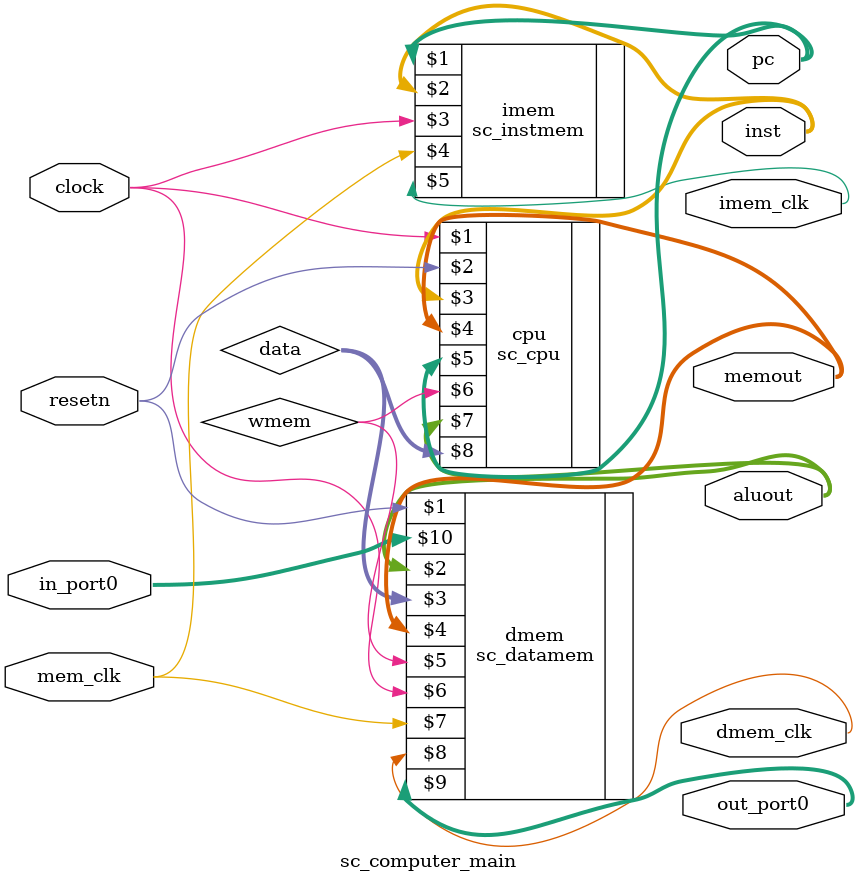
<source format=v>
module sc_computer_main (resetn, clock, mem_clk, pc, inst, aluout, memout, imem_clk, dmem_clk, 
    in_port0, out_port0);
   
    input               resetn, clock, mem_clk; 
    input   [31: 0]     in_port0;

    // 现在由 clock_and_mem_clock 产生
    output  [31: 0]     pc, inst, aluout, memout;
    output              imem_clk, dmem_clk;
    output  [31: 0]     out_port0;
    // TODO：这里要不要把 mem_out 什么的加上去？
    
    wire    [31: 0]     pc, inst, aluout, memout;
    wire                imem_clk, dmem_clk;
    wire    [31: 0]     out_port0;
    wire    [31: 0]     data;
    wire                wmem; 

    sc_cpu              cpu(clock, resetn, inst, memout, pc, wmem, aluout, data); 
    // sc_cpu(clock, resetn, inst, mem, pc, wmem, alu, data);
    sc_instmem          imem(pc, inst, clock, mem_clk, imem_clk); 
    sc_datamem          dmem(resetn, aluout, data, memout, wmem, clock, mem_clk, dmem_clk, 
                            out_port0, in_port0); 
    // sc_datamem (addr, datain, dataout, we, clock, mem_clk, dmem_clk, 
    // out_port0, out_port1, out_port2, in_port0, in_port1, 
    // mem_dataout, io_read_data);

endmodule


</source>
